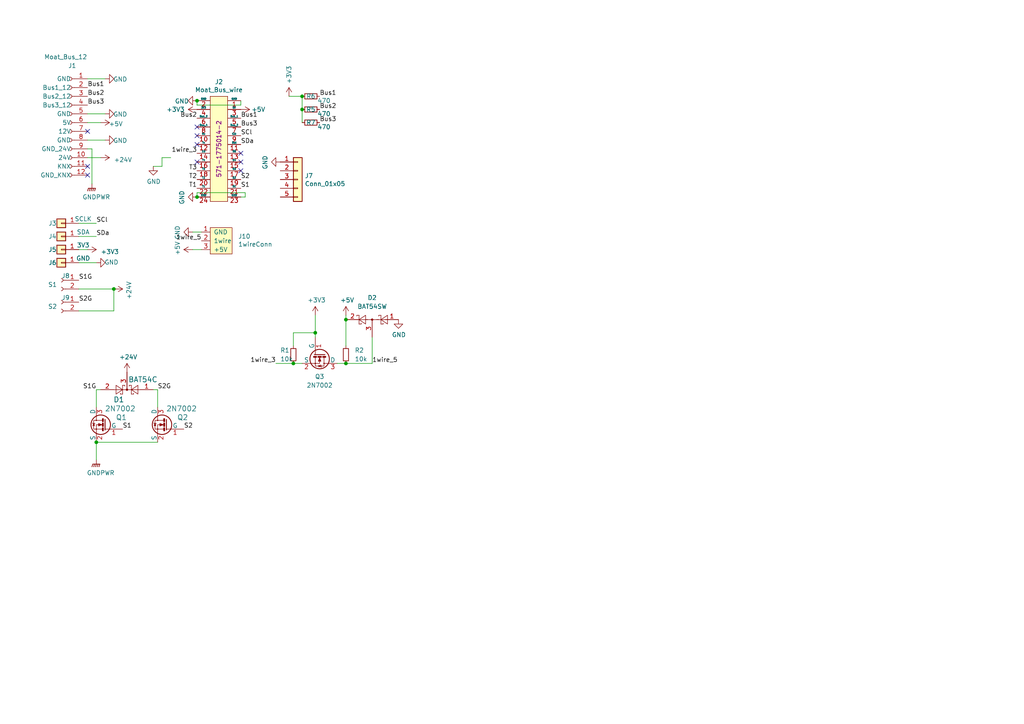
<source format=kicad_sch>
(kicad_sch (version 20220126) (generator eeschema)
  (paper "A4")
  (lib_symbols
    (symbol "Connector:Conn_01x02_Female" (pin_names (offset 1.016) hide)
      (property "Reference" "J" (at 0 2.54 0))
      (property "Value" "Conn_01x02_Female" (at 0 -5.08 0))
      (symbol "Conn_01x02_Female_1_1"
        (arc (start 0 -2.032) (mid -0.5058 -2.54) (end 0 -3.048) (stroke (width 0.1524)))
        (polyline (pts (xy -1.27 -2.54) (xy -0.508 -2.54)) (stroke (width 0.1524)))
        (polyline (pts (xy -1.27 0) (xy -0.508 0)) (stroke (width 0.1524)))
        (arc (start 0 0.508) (mid -0.5058 0) (end 0 -0.508) (stroke (width 0.1524)))
        (pin passive line (at -5.08 0 0) (length 3.81) (name "Pin_1") (number "1"))
        (pin passive line (at -5.08 -2.54 0) (length 3.81) (name "Pin_2") (number "2"))
      )
    )
    (symbol "Connector_Generic:Conn_01x01" (pin_names (offset 1.016) hide)
      (property "Reference" "J" (at 0 2.54 0))
      (property "Value" "Conn_01x01" (at 0 -2.54 0))
      (symbol "Conn_01x01_1_1"
        (rectangle (start -1.27 0.127) (end 0 -0.127) (stroke (width 0.1524)))
        (rectangle (start -1.27 1.27) (end 1.27 -1.27) (stroke (width 0.254)) (fill (type background)))
        (pin passive line (at -5.08 0 0) (length 3.81) (name "Pin_1") (number "1"))
      )
    )
    (symbol "Connector_Generic:Conn_01x05" (pin_names (offset 1.016) hide)
      (property "Reference" "J" (at 0 7.62 0))
      (property "Value" "Conn_01x05" (at 0 -7.62 0))
      (symbol "Conn_01x05_1_1"
        (rectangle (start -1.27 -4.953) (end 0 -5.207) (stroke (width 0.1524)))
        (rectangle (start -1.27 -2.413) (end 0 -2.667) (stroke (width 0.1524)))
        (rectangle (start -1.27 0.127) (end 0 -0.127) (stroke (width 0.1524)))
        (rectangle (start -1.27 2.667) (end 0 2.413) (stroke (width 0.1524)))
        (rectangle (start -1.27 5.207) (end 0 4.953) (stroke (width 0.1524)))
        (rectangle (start -1.27 6.35) (end 1.27 -6.35) (stroke (width 0.254)) (fill (type background)))
        (pin passive line (at -5.08 5.08 0) (length 3.81) (name "Pin_1") (number "1"))
        (pin passive line (at -5.08 2.54 0) (length 3.81) (name "Pin_2") (number "2"))
        (pin passive line (at -5.08 0 0) (length 3.81) (name "Pin_3") (number "3"))
        (pin passive line (at -5.08 -2.54 0) (length 3.81) (name "Pin_4") (number "4"))
        (pin passive line (at -5.08 -5.08 0) (length 3.81) (name "Pin_5") (number "5"))
      )
    )
    (symbol "Diode:BAT54C" (pin_names (offset 1.016))
      (property "Reference" "D" (at 0.635 -3.81 0))
      (property "Value" "BAT54C" (at -6.35 3.175 0))
      (symbol "BAT54C_0_1"
        (polyline (pts (xy -1.905 0) (xy 1.905 0)))
        (polyline (pts (xy -1.905 1.27) (xy -1.905 1.016)))
        (polyline (pts (xy -1.27 -1.27) (xy -0.635 -1.27)))
        (polyline (pts (xy -1.27 0) (xy -3.81 0)))
        (polyline (pts (xy -1.27 1.27) (xy -1.905 1.27)))
        (polyline (pts (xy -1.27 1.27) (xy -1.27 -1.27)))
        (polyline (pts (xy -0.635 -1.27) (xy -0.635 -1.016)))
        (polyline (pts (xy 0.635 -1.27) (xy 0.635 -1.016)))
        (polyline (pts (xy 1.27 -1.27) (xy 0.635 -1.27)))
        (polyline (pts (xy 1.27 1.27) (xy 1.27 -1.27)))
        (polyline (pts (xy 1.27 1.27) (xy 1.905 1.27)))
        (polyline (pts (xy 1.905 1.27) (xy 1.905 1.016)))
        (polyline (pts (xy 3.81 0) (xy 1.27 0)))
        (polyline (pts (xy -3.175 -1.27) (xy -3.175 1.27) (xy -1.27 0) (xy -3.175 -1.27)))
        (polyline (pts (xy 3.175 -1.27) (xy 3.175 1.27) (xy 1.27 0) (xy 3.175 -1.27)))
        (circle (center 0 0) (radius 0.254) (fill (type outline)))
      )
      (symbol "BAT54C_1_1"
        (pin passive line (at -7.62 0 0) (length 3.81) (name "~") (number "1"))
        (pin passive line (at 7.62 0 180) (length 3.81) (name "~") (number "2"))
        (pin passive line (at 0 -5.08 90) (length 5.08) (name "~") (number "3"))
      )
    )
    (symbol "Diode:BAT54SW" (pin_names (offset 1.016))
      (property "Reference" "D" (at 0.635 -3.81 0))
      (property "Value" "BAT54SW" (at -6.35 3.175 0))
      (symbol "BAT54SW_0_1"
        (polyline (pts (xy -3.81 0) (xy -1.27 0)))
        (polyline (pts (xy -3.175 -1.27) (xy -3.175 -1.016)))
        (polyline (pts (xy -2.54 -1.27) (xy -3.175 -1.27)))
        (polyline (pts (xy -2.54 -1.27) (xy -2.54 1.27)))
        (polyline (pts (xy -2.54 1.27) (xy -1.905 1.27)))
        (polyline (pts (xy -1.905 0) (xy 1.905 0)))
        (polyline (pts (xy -1.905 1.27) (xy -1.905 1.016)))
        (polyline (pts (xy 1.27 0) (xy 3.81 0)))
        (polyline (pts (xy 3.175 -1.27) (xy 3.175 -1.016)))
        (polyline (pts (xy 3.81 -1.27) (xy 3.175 -1.27)))
        (polyline (pts (xy 3.81 -1.27) (xy 3.81 1.27)))
        (polyline (pts (xy 3.81 1.27) (xy 4.445 1.27)))
        (polyline (pts (xy 4.445 1.27) (xy 4.445 1.016)))
        (polyline (pts (xy -4.445 1.27) (xy -4.445 -1.27) (xy -2.54 0) (xy -4.445 1.27)))
        (polyline (pts (xy 1.905 1.27) (xy 1.905 -1.27) (xy 3.81 0) (xy 1.905 1.27)))
        (circle (center 0 0) (radius 0.254) (fill (type outline)))
      )
      (symbol "BAT54SW_1_1"
        (pin passive line (at -7.62 0 0) (length 3.81) (name "~") (number "1"))
        (pin passive line (at 7.62 0 180) (length 3.81) (name "~") (number "2"))
        (pin passive line (at 0 -5.08 90) (length 5.08) (name "~") (number "3"))
      )
    )
    (symbol "localstuff:+24V" (power) (pin_names (offset 0))
      (property "Value" "+24V" (at 0 3.556 0))
      (symbol "+24V_0_1"
        (polyline (pts (xy -0.762 1.27) (xy 0 2.54)))
        (polyline (pts (xy 0 0) (xy 0 2.54)))
        (polyline (pts (xy 0 2.54) (xy 0.762 1.27)))
      )
      (symbol "+24V_1_1"
        (pin power_in line (at 0 0 90) (length 0) hide (name "+24V") (number "1"))
      )
    )
    (symbol "localstuff:+3.3V" (power) (pin_names (offset 0))
      (property "Value" "+3.3V" (at 0 3.556 0))
      (symbol "+3.3V_0_1"
        (polyline (pts (xy -0.762 1.27) (xy 0 2.54)))
        (polyline (pts (xy 0 0) (xy 0 2.54)))
        (polyline (pts (xy 0 2.54) (xy 0.762 1.27)))
      )
      (symbol "+3.3V_1_1"
        (pin power_in line (at 0 0 90) (length 0) hide (name "+3V3") (number "1"))
      )
    )
    (symbol "localstuff:+5V" (power) (pin_names (offset 0))
      (property "Value" "+5V" (at 0 3.556 0))
      (symbol "+5V_0_1"
        (polyline (pts (xy -0.762 1.27) (xy 0 2.54)))
        (polyline (pts (xy 0 0) (xy 0 2.54)))
        (polyline (pts (xy 0 2.54) (xy 0.762 1.27)))
      )
      (symbol "+5V_1_1"
        (pin power_in line (at 0 0 90) (length 0) hide (name "+5V") (number "1"))
      )
    )
    (symbol "localstuff:1wireConn" (pin_names (offset 1.016))
      (property "Reference" "J" (at 5.08 2.54 0))
      (property "Value" "1wireConn" (at 6.35 -7.62 0))
      (symbol "1wireConn_0_1"
        (rectangle (start 8.89 1.27) (end 2.54 -6.35) (fill (type background)))
      )
      (symbol "1wireConn_1_1"
        (pin power_in line (at 0 0 0) (length 2.54) (name "GND") (number "1"))
        (pin bidirectional line (at 0 -2.54 0) (length 2.54) (name "1wire") (number "2"))
        (pin power_in line (at 0 -5.08 0) (length 2.54) (name "+5V") (number "3"))
      )
    )
    (symbol "localstuff:2N7002" (pin_names (offset 0))
      (property "Reference" "Q" (at 5.08 1.905 0))
      (property "Value" "2N7002" (at 5.08 0 0))
      (symbol "2N7002_0_1"
        (polyline (pts (xy 0.635 -1.016) (xy 0.635 -1.651)) (stroke (width 0.508)))
        (polyline (pts (xy 0.635 0.381) (xy 0.635 -0.381)) (stroke (width 0.508)))
        (polyline (pts (xy 0.635 1.651) (xy 0.635 1.016)) (stroke (width 0.508)))
        (polyline (pts (xy 3.048 0.381) (xy 2.921 0.254)))
        (polyline (pts (xy 3.048 0.381) (xy 3.556 0.381)))
        (polyline (pts (xy 3.556 0.381) (xy 3.683 0.508)))
        (polyline (pts (xy 0 1.524) (xy 0 -1.524) (xy 0 -1.524)) (stroke (width 0.254)))
        (polyline (pts (xy 0.762 -1.27) (xy 2.54 -1.27) (xy 2.54 -2.54) (xy 2.54 -2.54)))
        (polyline (pts (xy 0.762 1.27) (xy 2.54 1.27) (xy 2.54 2.54) (xy 2.54 2.54)))
        (polyline (pts (xy 2.54 1.27) (xy 3.302 1.27) (xy 3.302 -1.27) (xy 2.54 -1.27)))
        (polyline (pts (xy 3.302 0.381) (xy 3.048 -0.254) (xy 3.556 -0.254) (xy 3.302 0.381)) (fill (type outline)))
        (polyline (pts (xy 0.762 0) (xy 1.27 0) (xy 2.54 0) (xy 2.54 -1.27) (xy 2.54 -1.27)))
        (polyline (pts (xy 0.889 0) (xy 1.905 0.381) (xy 1.905 -0.381) (xy 0.889 0) (xy 1.016 0) (xy 1.016 0)) (fill (type outline)))
        (circle (center 1.27 0) (radius 2.8194) (stroke (width 0.254)))
        (circle (center 2.54 -1.27) (radius 0.127))
        (circle (center 2.54 1.27) (radius 0.127))
      )
      (symbol "2N7002_1_1"
        (pin passive line (at -5.08 -1.27 0) (length 5.08) (name "G") (number "1"))
        (pin passive line (at 2.54 -5.08 90) (length 2.54) (name "S") (number "2"))
        (pin passive line (at 2.54 5.08 270) (length 2.54) (name "D") (number "3"))
      )
    )
    (symbol "localstuff:GND" (power) (pin_names (offset 0))
      (property "Value" "GND" (at 0 -3.81 0))
      (symbol "GND_0_1"
        (polyline (pts (xy 0 0) (xy 0 -1.27) (xy 1.27 -1.27) (xy 0 -2.54) (xy -1.27 -1.27) (xy 0 -1.27)))
      )
      (symbol "GND_1_1"
        (pin power_in line (at 0 0 270) (length 0) hide (name "GND") (number "1"))
      )
    )
    (symbol "localstuff:GNDPWR" (power) (pin_names (offset 0))
      (property "Value" "GNDPWR" (at 0 -3.302 0))
      (symbol "GNDPWR_0_1"
        (polyline (pts (xy 0 -1.27) (xy 0 0)))
        (polyline (pts (xy -1.016 -1.27) (xy -1.27 -2.032) (xy -1.27 -2.032)) (stroke (width 0.2032)))
        (polyline (pts (xy -0.508 -1.27) (xy -0.762 -2.032) (xy -0.762 -2.032)) (stroke (width 0.2032)))
        (polyline (pts (xy 0 -1.27) (xy -0.254 -2.032) (xy -0.254 -2.032)) (stroke (width 0.2032)))
        (polyline (pts (xy 0.508 -1.27) (xy 0.254 -2.032) (xy 0.254 -2.032)) (stroke (width 0.2032)))
        (polyline (pts (xy 1.016 -1.27) (xy -1.016 -1.27) (xy -1.016 -1.27)) (stroke (width 0.2032)))
        (polyline (pts (xy 1.016 -1.27) (xy 0.762 -2.032) (xy 0.762 -2.032) (xy 0.762 -2.032)) (stroke (width 0.2032)))
      )
      (symbol "GNDPWR_1_1"
        (pin power_in line (at 0 0 90) (length 0) hide (name "GNDPWR") (number "1"))
      )
    )
    (symbol "localstuff:Moat_Board_24" (pin_names (offset 0))
      (property "Reference" "J2" (at 2.54 20.32 0))
      (property "Value" "Moat_Board_24" (at 2.54 17.78 0))
      (property "Mouser" "571-1775014-2" (at 0 0 90))
      (symbol "Moat_Board_24_1_1"
        (rectangle (start 2.54 15.24) (end -2.54 -15.24) (fill (type background)))
        (pin power_in line (at 6.35 13.97 180) (length 3.81) (name "GND") (number "1"))
        (pin input line (at -6.35 3.81 0) (length 3.81) (name "Rx") (number "10"))
        (pin open_collector line (at 6.35 1.27 180) (length 3.81) (name "Dat") (number "11"))
        (pin output line (at -6.35 1.27 0) (length 3.81) (name "Tx") (number "12"))
        (pin input line (at 6.35 -1.27 180) (length 3.81) (name "S5") (number "13"))
        (pin bidirectional line (at -6.35 -1.27 0) (length 3.81) (name "1W") (number "14"))
        (pin input line (at 6.35 -3.81 180) (length 3.81) (name "S4") (number "15"))
        (pin output line (at -6.35 -3.81 0) (length 3.81) (name "T4") (number "16"))
        (pin input line (at 6.35 -6.35 180) (length 3.81) (name "S3") (number "17"))
        (pin output line (at -6.35 -6.35 0) (length 3.81) (name "T3") (number "18"))
        (pin input line (at 6.35 -8.89 180) (length 3.81) (name "S2") (number "19"))
        (pin power_in line (at -6.35 13.97 0) (length 3.81) (name "GND") (number "2"))
        (pin output line (at -6.35 -8.89 0) (length 3.81) (name "T2") (number "20"))
        (pin input line (at 6.35 -11.43 180) (length 3.81) (name "S1") (number "21"))
        (pin output line (at -6.35 -11.43 0) (length 3.81) (name "T1") (number "22"))
        (pin power_in line (at 6.35 -13.97 180) (length 3.81) (name "GND") (number "23"))
        (pin power_in line (at -6.35 -13.97 0) (length 3.81) (name "GND") (number "24"))
        (pin power_in line (at 6.35 11.43 180) (length 3.81) (name "5V") (number "3"))
        (pin power_out line (at -6.35 11.43 0) (length 3.81) (name "3V3") (number "4"))
        (pin bidirectional line (at 6.35 8.89 180) (length 3.81) (name "Bus_1") (number "5"))
        (pin bidirectional line (at -6.35 8.89 0) (length 3.81) (name "Bus_2") (number "6"))
        (pin bidirectional line (at 6.35 6.35 180) (length 3.81) (name "Bus_3") (number "7"))
        (pin bidirectional line (at -6.35 6.35 0) (length 3.81) (name "Bus_4") (number "8"))
        (pin open_collector line (at 6.35 3.81 180) (length 3.81) (name "Clk") (number "9"))
      )
    )
    (symbol "localstuff:Moat_Bus_12" (pin_names (offset 1.016))
      (property "Reference" "J" (at 0 20.32 0))
      (symbol "Moat_Bus_12_1_1"
        (arc (start 0 -4.572) (mid -0.5058 -5.08) (end 0 -5.588) (stroke (width 0.1524)))
        (arc (start 0 -2.032) (mid -0.5058 -2.54) (end 0 -3.048) (stroke (width 0.1524)))
        (polyline (pts (xy -1.27 -5.08) (xy -0.508 -5.08)) (stroke (width 0.1524)))
        (polyline (pts (xy -1.27 -2.54) (xy -0.508 -2.54)) (stroke (width 0.1524)))
        (polyline (pts (xy -1.27 0) (xy -0.508 0)) (stroke (width 0.1524)))
        (polyline (pts (xy -1.27 2.54) (xy -0.508 2.54)) (stroke (width 0.1524)))
        (polyline (pts (xy -1.27 5.08) (xy -0.508 5.08)) (stroke (width 0.1524)))
        (polyline (pts (xy -1.27 7.62) (xy -0.508 7.62)) (stroke (width 0.1524)))
        (polyline (pts (xy -1.27 10.16) (xy -0.508 10.16)) (stroke (width 0.1524)))
        (polyline (pts (xy -1.27 12.7) (xy -0.508 12.7)) (stroke (width 0.1524)))
        (polyline (pts (xy -1.27 15.24) (xy -0.508 15.24)) (stroke (width 0.1524)))
        (polyline (pts (xy -1.27 17.78) (xy -0.508 17.78)) (stroke (width 0.1524)))
        (polyline (pts (xy -1.27 20.32) (xy -0.508 20.32)) (stroke (width 0.1524)))
        (polyline (pts (xy -1.27 22.86) (xy -0.508 22.86)) (stroke (width 0.1524)))
        (arc (start 0 0.508) (mid -0.5058 0) (end 0 -0.508) (stroke (width 0.1524)))
        (arc (start 0 3.048) (mid -0.5058 2.54) (end 0 2.032) (stroke (width 0.1524)))
        (arc (start 0 5.588) (mid -0.5058 5.08) (end 0 4.572) (stroke (width 0.1524)))
        (arc (start 0 8.128) (mid -0.5058 7.62) (end 0 7.112) (stroke (width 0.1524)))
        (arc (start 0 10.668) (mid -0.5058 10.16) (end 0 9.652) (stroke (width 0.1524)))
        (arc (start 0 13.208) (mid -0.5058 12.7) (end 0 12.192) (stroke (width 0.1524)))
        (arc (start 0 15.748) (mid -0.5058 15.24) (end 0 14.732) (stroke (width 0.1524)))
        (arc (start 0 18.288) (mid -0.5058 17.78) (end 0 17.272) (stroke (width 0.1524)))
        (arc (start 0 20.828) (mid -0.5058 20.32) (end 0 19.812) (stroke (width 0.1524)))
        (arc (start 0 23.368) (mid -0.5058 22.86) (end 0 22.352) (stroke (width 0.1524)))
        (pin power_in line (at -5.08 22.86 0) (length 3.81) (name "GND") (number "1"))
        (pin power_in line (at -5.08 0 0) (length 3.81) (name "24V") (number "10"))
        (pin power_in line (at -5.08 -2.54 0) (length 3.81) (name "KNX") (number "11"))
        (pin power_in line (at -5.08 -5.08 0) (length 3.81) (name "GND_KNX") (number "12"))
        (pin bidirectional line (at -5.08 20.32 0) (length 3.81) (name "Bus1_12") (number "2"))
        (pin bidirectional line (at -5.08 17.78 0) (length 3.81) (name "Bus2_12") (number "3"))
        (pin bidirectional line (at -5.08 15.24 0) (length 3.81) (name "Bus3_12") (number "4"))
        (pin power_in line (at -5.08 12.7 0) (length 3.81) (name "GND") (number "5"))
        (pin power_in line (at -5.08 10.16 0) (length 3.81) (name "5V") (number "6"))
        (pin power_in line (at -5.08 7.62 0) (length 3.81) (name "12V") (number "7"))
        (pin power_in line (at -5.08 5.08 0) (length 3.81) (name "GND") (number "8"))
        (pin power_in line (at -5.08 2.54 0) (length 3.81) (name "GND_24V") (number "9"))
      )
    )
    (symbol "localstuff:R" (pin_numbers hide) (pin_names (offset 0.254) hide)
      (property "Reference" "R" (at 0.762 0.508 0))
      (property "Value" "R" (at 0.762 -1.016 0))
      (symbol "R_0_1"
        (rectangle (start -0.762 1.778) (end 0.762 -1.778) (stroke (width 0.2032)))
      )
      (symbol "R_1_1"
        (pin passive line (at 0 2.54 270) (length 0.762) (name "~") (number "1"))
        (pin passive line (at 0 -2.54 90) (length 0.762) (name "~") (number "2"))
      )
    )
  )
  (junction (at 57.15 57.15))
  (junction (at 100.33 92.71))
  (junction (at 100.33 105.41))
  (junction (at 87.63 31.75))
  (junction (at 27.94 128.27))
  (junction (at 85.09 105.41))
  (junction (at 87.63 27.94))
  (junction (at 91.44 96.52))
  (junction (at 33.02 83.82))
  (junction (at 57.15 29.21))
  (no_connect (at 57.15 36.83))
  (no_connect (at 25.4 50.8))
  (no_connect (at 25.4 38.1))
  (no_connect (at 69.85 44.45))
  (no_connect (at 69.85 49.53))
  (no_connect (at 57.15 39.37))
  (no_connect (at 69.85 46.99))
  (no_connect (at 57.15 46.99))
  (no_connect (at 25.4 48.26))
  (no_connect (at 57.15 41.91))
  (wire (pts (xy 91.44 91.44) (xy 91.44 96.52)))
  (wire (pts (xy 85.09 105.41) (xy 87.63 105.41)))
  (wire (pts (xy 80.01 105.41) (xy 85.09 105.41)))
  (wire (pts (xy 33.02 83.82) (xy 22.86 83.82)))
  (wire (pts (xy 69.85 30.48) (xy 69.85 29.21)))
  (wire (pts (xy 25.4 33.02) (xy 30.48 33.02)))
  (wire (pts (xy 27.94 113.03) (xy 27.94 118.11)))
  (wire (pts (xy 91.44 96.52) (xy 91.44 97.79)))
  (wire (pts (xy 44.45 113.03) (xy 45.72 113.03)))
  (wire (pts (xy 45.72 128.27) (xy 27.94 128.27)))
  (wire (pts (xy 100.33 105.41) (xy 107.95 105.41)))
  (wire (pts (xy 22.86 72.39) (xy 25.4 72.39)))
  (wire (pts (xy 25.4 45.72) (xy 29.21 45.72)))
  (wire (pts (xy 71.12 57.15) (xy 69.85 57.15)))
  (wire (pts (xy 25.4 43.18) (xy 26.67 43.18)))
  (wire (pts (xy 57.15 29.21) (xy 57.15 30.48)))
  (wire (pts (xy 87.63 27.94) (xy 87.63 31.75)))
  (wire (pts (xy 45.72 113.03) (xy 45.72 118.11)))
  (wire (pts (xy 22.86 76.2) (xy 27.94 76.2)))
  (wire (pts (xy 58.42 67.31) (xy 55.88 67.31)))
  (wire (pts (xy 71.12 55.88) (xy 57.15 55.88)))
  (wire (pts (xy 25.4 22.86) (xy 30.48 22.86)))
  (wire (pts (xy 46.99 45.72) (xy 49.53 45.72)))
  (wire (pts (xy 100.33 92.71) (xy 100.33 100.33)))
  (wire (pts (xy 85.09 96.52) (xy 91.44 96.52)))
  (wire (pts (xy 25.4 40.64) (xy 30.48 40.64)))
  (wire (pts (xy 33.02 83.82) (xy 33.02 90.17)))
  (wire (pts (xy 83.82 27.94) (xy 87.63 27.94)))
  (wire (pts (xy 107.95 97.79) (xy 107.95 105.41)))
  (wire (pts (xy 26.67 43.18) (xy 26.67 53.34)))
  (wire (pts (xy 22.86 68.58) (xy 27.94 68.58)))
  (wire (pts (xy 87.63 31.75) (xy 87.63 35.56)))
  (wire (pts (xy 57.15 30.48) (xy 69.85 30.48)))
  (wire (pts (xy 29.21 113.03) (xy 27.94 113.03)))
  (wire (pts (xy 97.79 105.41) (xy 100.33 105.41)))
  (wire (pts (xy 58.42 72.39) (xy 55.88 72.39)))
  (wire (pts (xy 71.12 55.88) (xy 71.12 57.15)))
  (wire (pts (xy 100.33 91.44) (xy 100.33 92.71)))
  (wire (pts (xy 57.15 55.88) (xy 57.15 57.15)))
  (wire (pts (xy 44.45 48.26) (xy 46.99 48.26)))
  (wire (pts (xy 85.09 100.33) (xy 85.09 96.52)))
  (wire (pts (xy 25.4 35.56) (xy 29.21 35.56)))
  (wire (pts (xy 33.02 90.17) (xy 22.86 90.17)))
  (wire (pts (xy 27.94 128.27) (xy 27.94 133.35)))
  (wire (pts (xy 22.86 64.77) (xy 27.94 64.77)))
  (wire (pts (xy 46.99 48.26) (xy 46.99 45.72)))
  (label "SCl" (at 69.85 39.37 0))
  (label "Bus1" (at 92.71 27.94 0))
  (label "S2" (at 69.85 52.07 0))
  (label "Bus3" (at 25.4 30.48 0))
  (label "Bus2" (at 25.4 27.94 0))
  (label "S2" (at 53.34 124.46 0))
  (label "Bus3" (at 69.85 36.83 0))
  (label "T1" (at 57.15 54.61 0))
  (label "Bus1" (at 69.85 34.29 0))
  (label "T3" (at 57.15 49.53 0))
  (label "Bus2" (at 92.71 31.75 0))
  (label "1wire_3" (at 80.01 105.41 0))
  (label "S2G" (at 45.72 113.03 0))
  (label "S2G" (at 22.86 87.63 0))
  (label "SDa" (at 27.94 68.58 0))
  (label "Bus2" (at 57.15 34.29 0))
  (label "S1" (at 35.56 124.46 0))
  (label "Bus1" (at 25.4 25.4 0))
  (label "SCl" (at 27.94 64.77 0))
  (label "1wire_5" (at 107.95 105.41 0))
  (label "Bus3" (at 92.71 35.56 0))
  (label "SDa" (at 69.85 41.91 0))
  (label "S1" (at 69.85 54.61 0))
  (label "1wire_3" (at 57.15 44.45 0))
  (label "T2" (at 57.15 52.07 0))
  (label "1wire_5" (at 58.42 69.85 0))
  (label "S1G" (at 22.86 81.28 0))
  (label "S1G" (at 27.94 113.03 0))
  (symbol (lib_id "localstuff:2N7002") (at 48.26 123.19 0) (mirror y) (unit 1)
    (property "Reference" "Q2" (at 54.61 121.92 0) (effects (font (size 1.4986 1.4986)) (justify left bottom)))
    (property "Value" "2N7002" (at 57.15 119.38 0) (effects (font (size 1.4986 1.4986)) (justify left bottom)))
    (property "Footprint" "localstuff:SOT23" (effects hide))
  )
  (symbol (lib_id "localstuff:2N7002") (at 30.48 123.19 0) (mirror y) (unit 1)
    (property "Reference" "Q1" (at 36.83 121.92 0) (effects (font (size 1.4986 1.4986)) (justify left bottom)))
    (property "Value" "2N7002" (at 39.37 119.38 0) (effects (font (size 1.4986 1.4986)) (justify left bottom)))
    (property "Footprint" "localstuff:SOT23" (effects hide))
  )
  (symbol (lib_id "Diode:BAT54C") (at 36.83 113.03 180) (unit 1)
    (property "Reference" "D1" (at 36.068 115.0366 0) (effects (font (size 1.4986 1.4986)) (justify left bottom)))
    (property "Value" "BAT54C" (at 45.72 109.22 0) (effects (font (size 1.4986 1.4986)) (justify left bottom)))
    (property "Footprint" "Package_TO_SOT_SMD:SOT-23" (effects hide))
    (property "Datasheet" "http://www.diodes.com/_files/datasheets/ds11005.pdf" (effects hide))
  )
  (symbol (lib_id "localstuff:GNDPWR") (at 27.94 133.35 0) (unit 1)
    (property "Reference" "#PWR019" (effects hide))
    (property "Value" "GNDPWR" (at 29.21 137.16 0))
  )
  (symbol (lib_id "Connector_Generic:Conn_01x01") (at 17.78 64.77 0) (mirror y) (unit 1)
    (property "Reference" "J3" (at 15.24 64.77 0))
    (property "Value" "SCLK" (at 24.13 63.5 0))
    (property "Footprint" "localstuff:Wago_Terminal_243" (effects hide))
  )
  (symbol (lib_id "Connector_Generic:Conn_01x01") (at 17.78 68.58 0) (mirror y) (unit 1)
    (property "Reference" "J4" (at 15.24 68.58 0))
    (property "Value" "SDA" (at 24.13 67.31 0))
    (property "Footprint" "localstuff:Wago_Terminal_243" (effects hide))
  )
  (symbol (lib_id "Connector_Generic:Conn_01x01") (at 17.78 72.39 0) (mirror y) (unit 1)
    (property "Reference" "J5" (at 15.24 72.39 0))
    (property "Value" "3V3" (at 24.13 71.12 0))
    (property "Footprint" "localstuff:Wago_Terminal_243" (effects hide))
  )
  (symbol (lib_id "Connector_Generic:Conn_01x01") (at 17.78 76.2 0) (mirror y) (unit 1)
    (property "Reference" "J6" (at 15.24 76.2 0))
    (property "Value" "GND" (at 24.13 74.93 0))
    (property "Footprint" "localstuff:Wago_Terminal_243" (effects hide))
  )
  (symbol (lib_id "Connector:Conn_01x02_Female") (at 17.78 81.28 0) (mirror y) (unit 1)
    (property "Reference" "J8" (at 19.05 80.01 0))
    (property "Value" "S1" (at 15.24 82.55 0))
    (property "Footprint" "localstuff:1X02_GN" (effects hide))
  )
  (symbol (lib_id "Connector:Conn_01x02_Female") (at 17.78 87.63 0) (mirror y) (unit 1)
    (property "Reference" "J9" (at 19.05 86.36 0))
    (property "Value" "S2" (at 15.24 88.9 0))
    (property "Footprint" "localstuff:1X02_GN" (effects hide))
  )
  (symbol (lib_id "localstuff:Moat_Board_24") (at 63.5 43.18 0) (unit 1)
    (property "Reference" "J2" (at 63.5 23.749 0))
    (property "Value" "Moat_Bus_wire" (at 63.5 26.0604 0))
    (property "Footprint" "localstuff:TE_1775014_socket" (effects hide))
    (property "Digikey" "A118067CT-ND" (effects hide))
    (property "Farnell" "2971215" (effects hide))
    (property "Mouser" "571-1775014-2" (at 63.5 43.18 90))
  )
  (symbol (lib_id "localstuff:R") (at 90.17 35.56 270) (unit 1)
    (property "Reference" "R5" (at 90.17 31.75 90))
    (property "Value" "470" (at 93.98 33.02 90))
    (property "Footprint" "Resistor_SMD:R_0603_1608Metric" (effects hide))
  )
  (symbol (lib_id "localstuff:R") (at 90.17 27.94 270) (unit 1)
    (property "Reference" "R6" (at 90.17 27.94 90))
    (property "Value" "470" (at 93.98 29.21 90))
    (property "Footprint" "Resistor_SMD:R_0603_1608Metric" (effects hide))
  )
  (symbol (lib_id "localstuff:GNDPWR") (at 26.67 53.34 0) (unit 1)
    (property "Reference" "#PWR0103" (effects hide))
    (property "Value" "GNDPWR" (at 27.94 57.15 0))
  )
  (symbol (lib_id "localstuff:1wireConn") (at 58.42 67.31 0) (unit 1)
    (property "Reference" "J10" (at 69.0626 68.5546 0) (effects (justify left)))
    (property "Value" "1wireConn" (at 69.0626 70.866 0) (effects (justify left)))
    (property "Footprint" "localstuff:AVX_9276_3Pin" (effects hide))
  )
  (symbol (lib_id "localstuff:R") (at 90.17 31.75 270) (unit 1)
    (property "Reference" "R7" (at 90.17 35.56 90))
    (property "Value" "470" (at 93.98 36.83 90))
    (property "Footprint" "Resistor_SMD:R_0603_1608Metric" (effects hide))
  )
  (symbol (lib_id "Connector_Generic:Conn_01x05") (at 86.36 52.07 0) (unit 1)
    (property "Reference" "J7" (at 88.392 51.0032 0) (effects (justify left)))
    (property "Value" "Conn_01x05" (at 88.392 53.3146 0) (effects (justify left)))
    (property "Footprint" "Connector_PinHeader_2.00mm:PinHeader_1x05_P2.00mm_Vertical" (effects hide))
  )
  (symbol (lib_id "localstuff:GND") (at 44.45 48.26 0) (unit 1)
    (property "Reference" "#PWR0101" (effects hide))
    (property "Value" "GND" (at 44.577 52.6542 0))
  )
  (symbol (lib_id "localstuff:+24V") (at 36.83 107.95 0) (unit 1)
    (property "Reference" "#PWR0102" (effects hide))
    (property "Value" "+24V" (at 37.211 103.5558 0))
  )
  (symbol (lib_id "localstuff:+5V") (at 29.21 35.56 270) (unit 1)
    (property "Reference" "#PWR0104" (effects hide))
    (property "Value" "+5V" (at 33.6042 35.941 90))
  )
  (symbol (lib_id "localstuff:GND") (at 30.48 40.64 90) (mirror x) (unit 1)
    (property "Reference" "#PWR0113" (effects hide))
    (property "Value" "GND" (at 34.8742 40.767 90))
  )
  (symbol (lib_id "localstuff:+3.3V") (at 57.15 31.75 90) (mirror x) (unit 1)
    (property "Reference" "#PWR0115" (effects hide))
    (property "Value" "+3.3V" (at 48.26 31.75 90) (effects (justify right)))
  )
  (symbol (lib_id "Diode:BAT54SW") (at 107.95 92.71 0) (mirror y) (unit 1)
    (property "Reference" "D2" (at 107.95 86.36 0))
    (property "Value" "BAT54SW" (at 107.95 88.9 0))
    (property "Footprint" "Package_TO_SOT_SMD:SOT-323_SC-70" (effects hide))
    (property "Datasheet" "https://assets.nexperia.com/documents/data-sheet/BAT54W_SER.pdf" (effects hide))
  )
  (symbol (lib_id "localstuff:GND") (at 57.15 57.15 270) (unit 1)
    (property "Reference" "#PWR0117" (effects hide))
    (property "Value" "GND" (at 52.7558 57.277 0))
  )
  (symbol (lib_id "localstuff:+5V") (at 69.85 31.75 270) (unit 1)
    (property "Reference" "#PWR0106" (effects hide))
    (property "Value" "+5V" (at 74.93 31.75 90))
  )
  (symbol (lib_id "localstuff:GND") (at 27.94 76.2 90) (unit 1)
    (property "Reference" "#PWR0121" (effects hide))
    (property "Value" "GND" (at 32.3342 76.073 90))
  )
  (symbol (lib_id "localstuff:+5V") (at 55.88 72.39 90) (unit 1)
    (property "Reference" "#PWR0118" (effects hide))
    (property "Value" "+5V" (at 51.4858 72.009 0))
  )
  (symbol (lib_id "localstuff:2N7002") (at 92.71 102.87 270) (unit 1)
    (property "Reference" "Q3" (at 92.71 109.22 90))
    (property "Value" "2N7002" (at 92.71 111.76 90))
    (property "Footprint" "Package_TO_SOT_SMD:SOT-23" (effects hide))
  )
  (symbol (lib_id "localstuff:+24V") (at 33.02 83.82 270) (unit 1)
    (property "Reference" "#PWR0122" (effects hide))
    (property "Value" "+24V" (at 37.4142 84.201 0))
  )
  (symbol (lib_id "localstuff:Moat_Bus_12") (at 20.32 45.72 0) (mirror y) (unit 1)
    (property "Reference" "J1" (at 20.955 19.05 0))
    (property "Value" "Moat_Bus_12" (at 19.05 16.51 0))
    (property "Footprint" "localstuff:MoaT_12_Pin_V" (effects hide))
    (property "Mfgr" "Greenconn" (effects hide))
    (property "MfgrPart" "GBEC202-0679B001C1AF" (effects hide))
  )
  (symbol (lib_id "localstuff:GND") (at 30.48 33.02 90) (mirror x) (unit 1)
    (property "Reference" "#PWR0111" (effects hide))
    (property "Value" "GND" (at 34.8742 33.147 90))
  )
  (symbol (lib_id "localstuff:GND") (at 81.28 46.99 270) (unit 1)
    (property "Reference" "#PWR0105" (effects hide))
    (property "Value" "GND" (at 76.8858 47.117 0))
  )
  (symbol (lib_id "localstuff:GND") (at 57.15 29.21 270) (unit 1)
    (property "Reference" "#PWR0116" (effects hide))
    (property "Value" "GND" (at 52.7558 29.337 90))
  )
  (symbol (lib_id "localstuff:R") (at 100.33 102.87 0) (unit 1)
    (property "Reference" "R2" (at 102.87 101.5999 0) (effects (justify left)))
    (property "Value" "10k" (at 102.87 104.1399 0) (effects (justify left)))
    (property "Footprint" "Resistor_SMD:R_0603_1608Metric" (effects hide))
  )
  (symbol (lib_id "localstuff:+3.3V") (at 91.44 91.44 0) (unit 1)
    (property "Reference" "#PWR0108" (effects hide))
    (property "Value" "+3.3V" (at 91.821 87.0458 0))
  )
  (symbol (lib_id "localstuff:+3.3V") (at 25.4 72.39 270) (unit 1)
    (property "Reference" "#PWR0120" (effects hide))
    (property "Value" "+3.3V" (at 29.21 73.025 90) (effects (justify left)))
  )
  (symbol (lib_id "localstuff:+24V") (at 29.21 45.72 270) (unit 1)
    (property "Reference" "#PWR0114" (effects hide))
    (property "Value" "+24V" (at 33.02 46.355 90) (effects (justify left)))
  )
  (symbol (lib_id "localstuff:+3.3V") (at 83.82 27.94 0) (mirror y) (unit 1)
    (property "Reference" "#PWR0107" (effects hide))
    (property "Value" "+3.3V" (at 83.82 19.05 90) (effects (justify right)))
  )
  (symbol (lib_id "localstuff:GND") (at 55.88 67.31 270) (unit 1)
    (property "Reference" "#PWR0119" (effects hide))
    (property "Value" "GND" (at 51.4858 67.437 0))
  )
  (symbol (lib_id "localstuff:GND") (at 30.48 22.86 90) (mirror x) (unit 1)
    (property "Reference" "#PWR0112" (effects hide))
    (property "Value" "GND" (at 34.8742 22.987 90))
  )
  (symbol (lib_id "localstuff:GND") (at 115.57 92.71 0) (unit 1)
    (property "Reference" "#PWR0109" (effects hide))
    (property "Value" "GND" (at 115.697 97.1042 0))
  )
  (symbol (lib_id "localstuff:R") (at 85.09 102.87 0) (unit 1)
    (property "Reference" "R1" (at 81.28 101.6 0) (effects (justify left)))
    (property "Value" "10k" (at 81.28 104.14 0) (effects (justify left)))
    (property "Footprint" "Resistor_SMD:R_0603_1608Metric" (effects hide))
  )
  (symbol (lib_id "localstuff:+5V") (at 100.33 91.44 0) (unit 1)
    (property "Reference" "#PWR0110" (effects hide))
    (property "Value" "+5V" (at 100.711 87.0458 0))
  )
)
</source>
